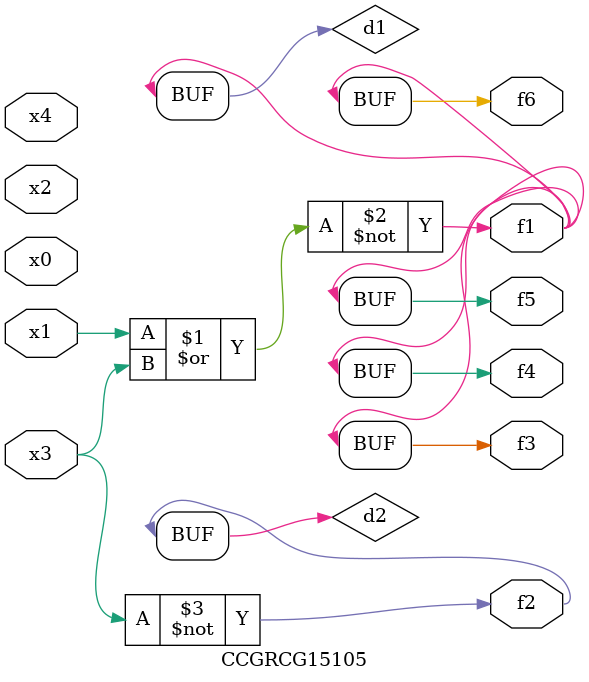
<source format=v>
module CCGRCG15105(
	input x0, x1, x2, x3, x4,
	output f1, f2, f3, f4, f5, f6
);

	wire d1, d2;

	nor (d1, x1, x3);
	not (d2, x3);
	assign f1 = d1;
	assign f2 = d2;
	assign f3 = d1;
	assign f4 = d1;
	assign f5 = d1;
	assign f6 = d1;
endmodule

</source>
